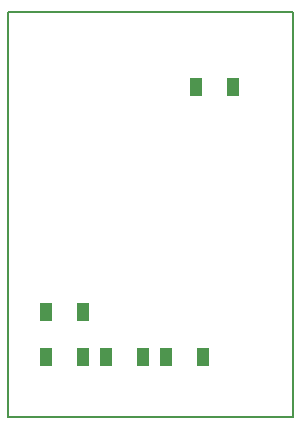
<source format=gbr>
G04 PROTEUS GERBER X2 FILE*
%TF.GenerationSoftware,Labcenter,Proteus,8.9-SP0-Build27865*%
%TF.CreationDate,2020-10-08T22:41:29+00:00*%
%TF.FileFunction,Paste,Bot*%
%TF.FilePolarity,Positive*%
%TF.Part,Single*%
%TF.SameCoordinates,{0b1cd8f1-c089-4694-997e-405263033d43}*%
%FSLAX45Y45*%
%MOMM*%
G01*
%TA.AperFunction,Material*%
%ADD29R,1.016000X1.524000*%
%TA.AperFunction,Profile*%
%ADD17C,0.203200*%
%TD.AperFunction*%
D29*
X+1905000Y-381000D03*
X+1590040Y-381000D03*
X+320040Y-2667000D03*
X+635000Y-2667000D03*
X+828040Y-2667000D03*
X+1143000Y-2667000D03*
X+1651000Y-2667000D03*
X+1336040Y-2667000D03*
X+635000Y-2286000D03*
X+320040Y-2286000D03*
D17*
X+0Y-3175000D02*
X+2413000Y-3175000D01*
X+2413000Y+254000D01*
X+0Y+254000D01*
X+0Y-3175000D01*
M02*

</source>
